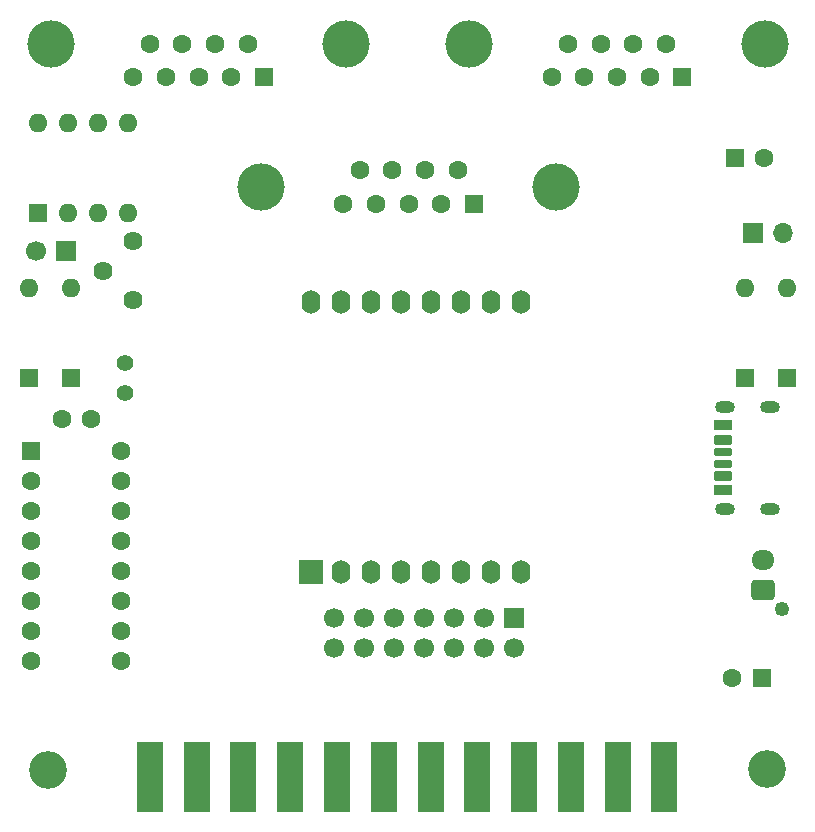
<source format=gbr>
%TF.GenerationSoftware,KiCad,Pcbnew,9.0.1*%
%TF.CreationDate,2025-07-07T10:51:42+02:00*%
%TF.ProjectId,pet_joymate,7065745f-6a6f-4796-9d61-74652e6b6963,rev?*%
%TF.SameCoordinates,Original*%
%TF.FileFunction,Soldermask,Top*%
%TF.FilePolarity,Negative*%
%FSLAX46Y46*%
G04 Gerber Fmt 4.6, Leading zero omitted, Abs format (unit mm)*
G04 Created by KiCad (PCBNEW 9.0.1) date 2025-07-07 10:51:42*
%MOMM*%
%LPD*%
G01*
G04 APERTURE LIST*
G04 Aperture macros list*
%AMRoundRect*
0 Rectangle with rounded corners*
0 $1 Rounding radius*
0 $2 $3 $4 $5 $6 $7 $8 $9 X,Y pos of 4 corners*
0 Add a 4 corners polygon primitive as box body*
4,1,4,$2,$3,$4,$5,$6,$7,$8,$9,$2,$3,0*
0 Add four circle primitives for the rounded corners*
1,1,$1+$1,$2,$3*
1,1,$1+$1,$4,$5*
1,1,$1+$1,$6,$7*
1,1,$1+$1,$8,$9*
0 Add four rect primitives between the rounded corners*
20,1,$1+$1,$2,$3,$4,$5,0*
20,1,$1+$1,$4,$5,$6,$7,0*
20,1,$1+$1,$6,$7,$8,$9,0*
20,1,$1+$1,$8,$9,$2,$3,0*%
G04 Aperture macros list end*
%ADD10RoundRect,0.175000X0.625000X-0.175000X0.625000X0.175000X-0.625000X0.175000X-0.625000X-0.175000X0*%
%ADD11RoundRect,0.200000X0.600000X-0.200000X0.600000X0.200000X-0.600000X0.200000X-0.600000X-0.200000X0*%
%ADD12RoundRect,0.225000X0.575000X-0.225000X0.575000X0.225000X-0.575000X0.225000X-0.575000X-0.225000X0*%
%ADD13O,1.700000X1.000000*%
%ADD14R,1.600000X1.600000*%
%ADD15O,1.600000X1.600000*%
%ADD16C,3.200000*%
%ADD17RoundRect,0.250000X0.550000X0.550000X-0.550000X0.550000X-0.550000X-0.550000X0.550000X-0.550000X0*%
%ADD18C,1.600000*%
%ADD19C,1.250000*%
%ADD20RoundRect,0.250000X0.725000X-0.600000X0.725000X0.600000X-0.725000X0.600000X-0.725000X-0.600000X0*%
%ADD21O,1.950000X1.700000*%
%ADD22R,1.700000X1.700000*%
%ADD23C,1.700000*%
%ADD24C,1.400000*%
%ADD25O,1.700000X1.700000*%
%ADD26C,1.620000*%
%ADD27RoundRect,0.250000X-0.550000X-0.550000X0.550000X-0.550000X0.550000X0.550000X-0.550000X0.550000X0*%
%ADD28C,4.000000*%
%ADD29R,2.200000X6.000000*%
%ADD30R,2.000000X2.000000*%
%ADD31O,1.600000X2.000000*%
G04 APERTURE END LIST*
D10*
%TO.C,J4*%
X128960000Y-105000000D03*
D11*
X128960000Y-102980000D03*
D12*
X128960000Y-101750000D03*
D10*
X128960000Y-104000000D03*
D11*
X128960000Y-106020000D03*
D12*
X128960000Y-107250000D03*
D13*
X129140000Y-108820000D03*
X132940000Y-108820000D03*
X129140000Y-100180000D03*
X132940000Y-100180000D03*
%TD*%
D14*
%TO.C,D3*%
X70175000Y-97725000D03*
D15*
X70175000Y-90105000D03*
%TD*%
D14*
%TO.C,D1*%
X130775000Y-97725000D03*
D15*
X130775000Y-90105000D03*
%TD*%
D14*
%TO.C,D4*%
X73725000Y-97725000D03*
D15*
X73725000Y-90105000D03*
%TD*%
D14*
%TO.C,U1*%
X70935000Y-83775000D03*
D15*
X73475000Y-83775000D03*
X76015000Y-83775000D03*
X78555000Y-83775000D03*
X78555000Y-76155000D03*
X76015000Y-76155000D03*
X73475000Y-76155000D03*
X70935000Y-76155000D03*
%TD*%
D16*
%TO.C,H2*%
X132650000Y-130875000D03*
%TD*%
D14*
%TO.C,D2*%
X134325000Y-97725000D03*
D15*
X134325000Y-90105000D03*
%TD*%
D17*
%TO.C,C1*%
X132225000Y-123150000D03*
D18*
X129725000Y-123150000D03*
%TD*%
D19*
%TO.C,J6*%
X133925000Y-117275000D03*
D20*
X132325000Y-115675000D03*
D21*
X132325000Y-113175000D03*
%TD*%
D22*
%TO.C,J8*%
X73350000Y-87025000D03*
D23*
X70810000Y-87025000D03*
%TD*%
D18*
%TO.C,C2*%
X75475000Y-101225000D03*
X72975000Y-101225000D03*
%TD*%
D16*
%TO.C,H1*%
X71825000Y-130900000D03*
%TD*%
D24*
%TO.C,JP2*%
X78275000Y-96475000D03*
X78275000Y-99015000D03*
%TD*%
D22*
%TO.C,J7*%
X131475000Y-85475000D03*
D25*
X134015000Y-85475000D03*
%TD*%
D26*
%TO.C,P1*%
X78975000Y-91175000D03*
X76475000Y-88675000D03*
X78975000Y-86175000D03*
%TD*%
D27*
%TO.C,U2*%
X70350000Y-103920000D03*
D18*
X70350000Y-106460000D03*
X70350000Y-109000000D03*
X70350000Y-111540000D03*
X70350000Y-114080000D03*
X70350000Y-116620000D03*
X70350000Y-119160000D03*
X70350000Y-121700000D03*
X77970000Y-121700000D03*
X77970000Y-119160000D03*
X77970000Y-116620000D03*
X77970000Y-114080000D03*
X77970000Y-111540000D03*
X77970000Y-109000000D03*
X77970000Y-106460000D03*
X77970000Y-103920000D03*
%TD*%
D28*
%TO.C,J3*%
X97050000Y-69430331D03*
X72050000Y-69430331D03*
D14*
X90090000Y-72270331D03*
D18*
X87320000Y-72270331D03*
X84550000Y-72270331D03*
X81780000Y-72270331D03*
X79010000Y-72270331D03*
X88705000Y-69430331D03*
X85935000Y-69430331D03*
X83165000Y-69430331D03*
X80395000Y-69430331D03*
%TD*%
D29*
%TO.C,U3*%
X123985000Y-131500000D03*
X120025000Y-131500000D03*
X116065000Y-131500000D03*
X112105000Y-131500000D03*
X108145000Y-131500000D03*
X104185000Y-131500000D03*
X100225000Y-131500000D03*
X96265000Y-131500000D03*
X92305000Y-131500000D03*
X88345000Y-131500000D03*
X84385000Y-131500000D03*
X80425000Y-131500000D03*
%TD*%
D27*
%TO.C,C3*%
X129950000Y-79100000D03*
D18*
X132450000Y-79100000D03*
%TD*%
D22*
%TO.C,J1*%
X111250000Y-118050000D03*
D23*
X111250000Y-120590000D03*
X108710000Y-118050000D03*
X108710000Y-120590000D03*
X106170000Y-118050000D03*
X106170000Y-120590000D03*
X103630000Y-118050000D03*
X103630000Y-120590000D03*
X101090000Y-118050000D03*
X101090000Y-120590000D03*
X98550000Y-118050000D03*
X98550000Y-120590000D03*
X96010000Y-118050000D03*
X96010000Y-120590000D03*
%TD*%
D28*
%TO.C,J2*%
X132475000Y-69430331D03*
X107475000Y-69430331D03*
D14*
X125515000Y-72270331D03*
D18*
X122745000Y-72270331D03*
X119975000Y-72270331D03*
X117205000Y-72270331D03*
X114435000Y-72270331D03*
X124130000Y-69430331D03*
X121360000Y-69430331D03*
X118590000Y-69430331D03*
X115820000Y-69430331D03*
%TD*%
D30*
%TO.C,U4*%
X94050000Y-114200000D03*
D31*
X96590000Y-114200000D03*
X99130000Y-114200000D03*
X101670000Y-114200000D03*
X104210000Y-114200000D03*
X106750000Y-114200000D03*
X109290000Y-114200000D03*
X111830000Y-114200000D03*
X111830000Y-91340000D03*
X109290000Y-91340000D03*
X106750000Y-91340000D03*
X104210000Y-91340000D03*
X101670000Y-91340000D03*
X99130000Y-91340000D03*
X96590000Y-91340000D03*
X94050000Y-91340000D03*
%TD*%
D28*
%TO.C,J5*%
X89840000Y-81575000D03*
X114840000Y-81575000D03*
D14*
X107880000Y-82995000D03*
D18*
X105110000Y-82995000D03*
X102340000Y-82995000D03*
X99570000Y-82995000D03*
X96800000Y-82995000D03*
X106495000Y-80155000D03*
X103725000Y-80155000D03*
X100955000Y-80155000D03*
X98185000Y-80155000D03*
%TD*%
M02*

</source>
